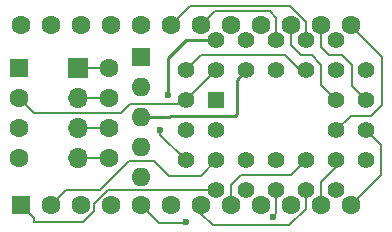
<source format=gbr>
G04 #@! TF.GenerationSoftware,KiCad,Pcbnew,9.0.0*
G04 #@! TF.CreationDate,2025-08-10T20:52:22-04:00*
G04 #@! TF.ProjectId,CBM-2332-MultiROM,43424d2d-3233-4333-922d-4d756c746952,rev?*
G04 #@! TF.SameCoordinates,Original*
G04 #@! TF.FileFunction,Copper,L2,Bot*
G04 #@! TF.FilePolarity,Positive*
%FSLAX46Y46*%
G04 Gerber Fmt 4.6, Leading zero omitted, Abs format (unit mm)*
G04 Created by KiCad (PCBNEW 9.0.0) date 2025-08-10 20:52:22*
%MOMM*%
%LPD*%
G01*
G04 APERTURE LIST*
G04 Aperture macros list*
%AMRoundRect*
0 Rectangle with rounded corners*
0 $1 Rounding radius*
0 $2 $3 $4 $5 $6 $7 $8 $9 X,Y pos of 4 corners*
0 Add a 4 corners polygon primitive as box body*
4,1,4,$2,$3,$4,$5,$6,$7,$8,$9,$2,$3,0*
0 Add four circle primitives for the rounded corners*
1,1,$1+$1,$2,$3*
1,1,$1+$1,$4,$5*
1,1,$1+$1,$6,$7*
1,1,$1+$1,$8,$9*
0 Add four rect primitives between the rounded corners*
20,1,$1+$1,$2,$3,$4,$5,0*
20,1,$1+$1,$4,$5,$6,$7,0*
20,1,$1+$1,$6,$7,$8,$9,0*
20,1,$1+$1,$8,$9,$2,$3,0*%
G04 Aperture macros list end*
G04 #@! TA.AperFunction,ComponentPad*
%ADD10C,1.422400*%
G04 #@! TD*
G04 #@! TA.AperFunction,ComponentPad*
%ADD11R,1.422400X1.422400*%
G04 #@! TD*
G04 #@! TA.AperFunction,ComponentPad*
%ADD12RoundRect,0.250000X-0.550000X-0.550000X0.550000X-0.550000X0.550000X0.550000X-0.550000X0.550000X0*%
G04 #@! TD*
G04 #@! TA.AperFunction,ComponentPad*
%ADD13C,1.600000*%
G04 #@! TD*
G04 #@! TA.AperFunction,ComponentPad*
%ADD14RoundRect,0.250000X0.550000X-0.550000X0.550000X0.550000X-0.550000X0.550000X-0.550000X-0.550000X0*%
G04 #@! TD*
G04 #@! TA.AperFunction,ComponentPad*
%ADD15R,1.600000X1.600000*%
G04 #@! TD*
G04 #@! TA.AperFunction,ComponentPad*
%ADD16O,1.600000X1.600000*%
G04 #@! TD*
G04 #@! TA.AperFunction,ComponentPad*
%ADD17R,1.700000X1.700000*%
G04 #@! TD*
G04 #@! TA.AperFunction,ComponentPad*
%ADD18O,1.700000X1.700000*%
G04 #@! TD*
G04 #@! TA.AperFunction,ViaPad*
%ADD19C,0.600000*%
G04 #@! TD*
G04 #@! TA.AperFunction,Conductor*
%ADD20C,0.250000*%
G04 #@! TD*
G04 #@! TA.AperFunction,Conductor*
%ADD21C,0.200000*%
G04 #@! TD*
G04 APERTURE END LIST*
D10*
X128574801Y-86309200D03*
X131114801Y-83769200D03*
X128574801Y-83769200D03*
X131114801Y-81229201D03*
X133654801Y-83769200D03*
X133654801Y-81229200D03*
X136194801Y-83769200D03*
X136194801Y-81229200D03*
X138734801Y-83769200D03*
X138734801Y-81229200D03*
X141274801Y-83769200D03*
X141274800Y-81229200D03*
X143814801Y-83769200D03*
X141274801Y-86309200D03*
X143814801Y-86309200D03*
X141274801Y-88849200D03*
X143814801Y-88849200D03*
X141274800Y-91389200D03*
X143814802Y-91389200D03*
X141274801Y-93929200D03*
X138734801Y-91389200D03*
X138734801Y-93929200D03*
X136194801Y-91389200D03*
X136194801Y-93929200D03*
X133654801Y-91389200D03*
X133654801Y-93929200D03*
X131114801Y-91389199D03*
X131114801Y-93929200D03*
X128574801Y-91389200D03*
X131114801Y-88849200D03*
X128574801Y-88849200D03*
D11*
X131114801Y-86309200D03*
D12*
X114401600Y-83566000D03*
D13*
X114401600Y-86106000D03*
X114401600Y-88646000D03*
X114401600Y-91186000D03*
X122021600Y-91186000D03*
X122021600Y-88646000D03*
X122021600Y-86106000D03*
X122021600Y-83566000D03*
D14*
X114585750Y-95192850D03*
D13*
X117125750Y-95192850D03*
X119665750Y-95192850D03*
X122205750Y-95192850D03*
X124745750Y-95192850D03*
X127285750Y-95192850D03*
X129825750Y-95192850D03*
X132365750Y-95192850D03*
X134905750Y-95192850D03*
X137445750Y-95192850D03*
X139985750Y-95192850D03*
X142525750Y-95192850D03*
X142525750Y-79952850D03*
X139985750Y-79952850D03*
X137445750Y-79952850D03*
X134905750Y-79952850D03*
X132365750Y-79952850D03*
X129825750Y-79952850D03*
X127285750Y-79952850D03*
X124745750Y-79952850D03*
X122205750Y-79952850D03*
X119665750Y-79952850D03*
X117125750Y-79952850D03*
X114585750Y-79952850D03*
D15*
X124764800Y-82651600D03*
D16*
X124764800Y-85191600D03*
X124764800Y-87731600D03*
X124764800Y-90271600D03*
X124764800Y-92811600D03*
D17*
X119430800Y-83566000D03*
D18*
X119430800Y-86106000D03*
X119430800Y-88646000D03*
X119430800Y-91186000D03*
D19*
X126380000Y-88830000D03*
X127050000Y-85870000D03*
X135897535Y-96156865D03*
X128574800Y-96561200D03*
D20*
X127128400Y-87731600D02*
X124764800Y-87731600D01*
X127260000Y-87600000D02*
X127128400Y-87731600D01*
D21*
X126380000Y-88830000D02*
X126380000Y-89194399D01*
X126380000Y-89194399D02*
X128574801Y-91389200D01*
D20*
X132710000Y-87600000D02*
X127260000Y-87600000D01*
X132860000Y-87450000D02*
X132710000Y-87600000D01*
X133654801Y-83769200D02*
X132860000Y-84564001D01*
X132860000Y-84564001D02*
X132860000Y-87450000D01*
X127050000Y-82710000D02*
X127050000Y-85870000D01*
X127310000Y-82450000D02*
X127050000Y-82710000D01*
X128530799Y-81229201D02*
X127310000Y-82450000D01*
X131114801Y-81229201D02*
X128530799Y-81229201D01*
D21*
X128270001Y-86614000D02*
X123799600Y-86614000D01*
X114435000Y-88679400D02*
X114401600Y-88646000D01*
X128574801Y-86309200D02*
X131114801Y-83769200D01*
X123799600Y-86614000D02*
X123037600Y-87376000D01*
X115671600Y-87376000D02*
X114401600Y-86106000D01*
X123037600Y-87376000D02*
X115671600Y-87376000D01*
X128574801Y-86309200D02*
X128270001Y-86614000D01*
X138169200Y-83769200D02*
X136900000Y-82500000D01*
X138734801Y-83769200D02*
X138169200Y-83769200D01*
X143814801Y-88849200D02*
X145034000Y-90068399D01*
X145034000Y-90068399D02*
X145034000Y-92608400D01*
X145034000Y-92608400D02*
X142525750Y-95116650D01*
X142525750Y-95116650D02*
X142525750Y-95192850D01*
X129844001Y-82500000D02*
X128574801Y-83769200D01*
X136900000Y-82500000D02*
X129844001Y-82500000D01*
X119844850Y-96570800D02*
X115671600Y-96570800D01*
X120766750Y-95648900D02*
X119844850Y-96570800D01*
X120766750Y-95074800D02*
X120766750Y-95648900D01*
X115671600Y-96570800D02*
X115671600Y-96278700D01*
X131114801Y-93929200D02*
X121912350Y-93929200D01*
X121912350Y-93929200D02*
X120766750Y-95074800D01*
X115671600Y-96278700D02*
X114585750Y-95192850D01*
X145135600Y-82600800D02*
X142525750Y-79990950D01*
X142525750Y-79990950D02*
X142525750Y-79952850D01*
X141274801Y-88849200D02*
X142524001Y-87600000D01*
X145135600Y-86664800D02*
X145135600Y-82600800D01*
X144200400Y-87600000D02*
X145135600Y-86664800D01*
X142524001Y-87600000D02*
X144200400Y-87600000D01*
X129794000Y-92710000D02*
X127101600Y-92710000D01*
X121310400Y-93878400D02*
X118440200Y-93878400D01*
X123748800Y-91440000D02*
X121310400Y-93878400D01*
X118440200Y-93878400D02*
X117125750Y-95192850D01*
X125831600Y-91440000D02*
X123748800Y-91440000D01*
X127101600Y-92710000D02*
X125831600Y-91440000D01*
X131114801Y-91389199D02*
X129794000Y-92710000D01*
X140700000Y-82500000D02*
X141800000Y-82500000D01*
X139985750Y-79952850D02*
X139985750Y-81785750D01*
X139985750Y-81785750D02*
X140700000Y-82500000D01*
X141800000Y-82500000D02*
X142600000Y-83300000D01*
X142600000Y-83300000D02*
X142600000Y-85094399D01*
X142600000Y-85094399D02*
X143814801Y-86309200D01*
X138300000Y-82500000D02*
X139200000Y-82500000D01*
X139200000Y-82500000D02*
X140000000Y-83300000D01*
X140000000Y-85034399D02*
X141274801Y-86309200D01*
X137445750Y-79952850D02*
X137445750Y-81645750D01*
X140000000Y-83300000D02*
X140000000Y-85034399D01*
X137445750Y-81645750D02*
X138300000Y-82500000D01*
X127863600Y-96723200D02*
X128625600Y-96723200D01*
X135760550Y-96293850D02*
X136067800Y-95986600D01*
X124745750Y-95192850D02*
X126276100Y-96723200D01*
X136194801Y-95859599D02*
X136194801Y-93929200D01*
X127863600Y-96723200D02*
X128412800Y-96723200D01*
X136067800Y-95986600D02*
X136194801Y-95859599D01*
X128412800Y-96723200D02*
X128574800Y-96561200D01*
X126276100Y-96723200D02*
X127863600Y-96723200D01*
X136067800Y-95986600D02*
X135897535Y-96156865D01*
X129825750Y-79952850D02*
X131044000Y-78734600D01*
X136194801Y-79294801D02*
X136194801Y-81229200D01*
X131044000Y-78734600D02*
X135634600Y-78734600D01*
X135634600Y-78734600D02*
X136194801Y-79294801D01*
X138734801Y-93929200D02*
X138734801Y-95460849D01*
X130810000Y-96875600D02*
X129825750Y-95891350D01*
X138734801Y-95460849D02*
X137320050Y-96875600D01*
X137320050Y-96875600D02*
X130810000Y-96875600D01*
X129825750Y-95891350D02*
X129825750Y-95192850D01*
X128905000Y-78333600D02*
X127285750Y-79952850D01*
X137383550Y-78333600D02*
X128905000Y-78333600D01*
X138734801Y-81229200D02*
X138734801Y-79684851D01*
X138734801Y-79684851D02*
X137383550Y-78333600D01*
X133178550Y-92659200D02*
X137464801Y-92659200D01*
X132365750Y-93472000D02*
X133178550Y-92659200D01*
X137464801Y-92659200D02*
X138734801Y-91389200D01*
X132365750Y-95192850D02*
X132365750Y-93472000D01*
X141274800Y-91921148D02*
X141274800Y-91389200D01*
X139985750Y-95192850D02*
X139985750Y-93210198D01*
X139985750Y-93210198D02*
X141274800Y-91921148D01*
X122021600Y-83566000D02*
X119430800Y-83566000D01*
X122021600Y-91186000D02*
X119430800Y-91186000D01*
X122021600Y-88646000D02*
X119430800Y-88646000D01*
X125069600Y-89966800D02*
X124764800Y-90271600D01*
X122021600Y-86106000D02*
X119430800Y-86106000D01*
M02*

</source>
